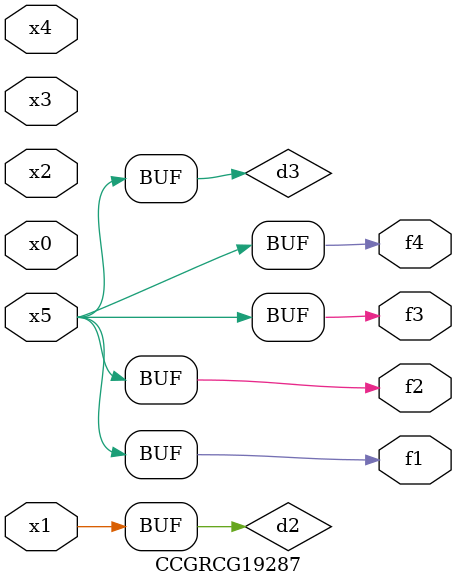
<source format=v>
module CCGRCG19287(
	input x0, x1, x2, x3, x4, x5,
	output f1, f2, f3, f4
);

	wire d1, d2, d3;

	not (d1, x5);
	or (d2, x1);
	xnor (d3, d1);
	assign f1 = d3;
	assign f2 = d3;
	assign f3 = d3;
	assign f4 = d3;
endmodule

</source>
